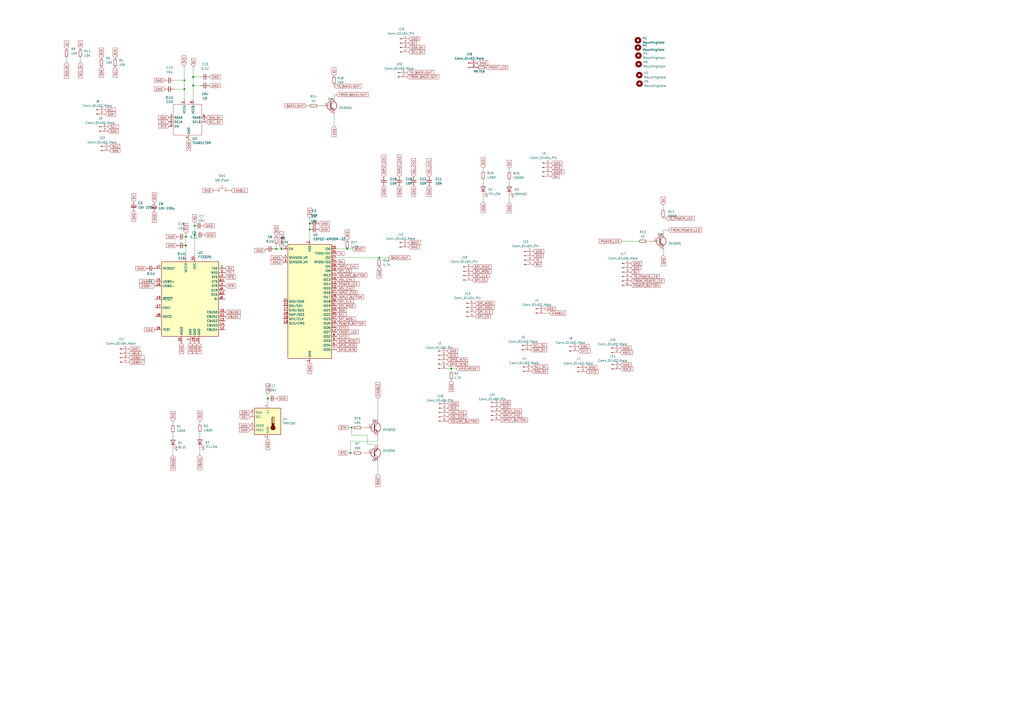
<source format=kicad_sch>
(kicad_sch (version 20230121) (generator eeschema)
  (paper "A2")
  (junction (at 203.327 262.763))
  (junction (at 201.422 144.399))
  (junction (at 112.903 136.271))
  (junction (at 112.903 130.937))
  (junction (at 179.705 129.667))
  (junction (at 107.823 137.287))
  (junction (at 160.274 144.399))
  (junction (at 106.934 51.689))
  (junction (at 155.321 231.14))
  (junction (at 163.322 144.399))
  (junction (at 219.964 149.479))
  (junction (at 179.705 133.096))
  (junction (at 112.014 44.577))
  (junction (at 107.823 142.367))
  (junction (at 112.014 49.657))
  (junction (at 106.934 46.609))
  (junction (at 261.747 213.741))
  (junction (at 203.962 248.031))
  (wire (pts (xy 112.014 38.862) (xy 112.014 44.577)))
  (wire (pts (xy 100.838 46.609) (xy 106.934 46.609)))
  (wire (pts (xy 115.951 263.906) (xy 115.951 260.096)))
  (wire (pts (xy 213.106 257.683) (xy 213.106 252.476)))
  (wire (pts (xy 160.274 144.399) (xy 163.322 144.399)))
  (wire (pts (xy 179.705 126.619) (xy 179.705 129.667)))
  (wire (pts (xy 155.321 228.473) (xy 155.321 231.14)))
  (wire (pts (xy 113.538 136.271) (xy 112.903 136.271)))
  (wire (pts (xy 100.33 246.126) (xy 100.33 244.475)))
  (wire (pts (xy 193.802 50.038) (xy 193.802 49.149)))
  (wire (pts (xy 384.81 145.034) (xy 384.81 147.955)))
  (wire (pts (xy 384.683 118.999) (xy 384.683 121.539)))
  (wire (pts (xy 112.014 44.577) (xy 116.332 44.577)))
  (wire (pts (xy 112.141 38.735) (xy 112.141 38.862)))
  (wire (pts (xy 107.823 137.287) (xy 107.823 142.367)))
  (wire (pts (xy 219.964 149.86) (xy 219.964 149.479)))
  (wire (pts (xy 106.934 38.354) (xy 106.934 46.609)))
  (wire (pts (xy 115.951 252.476) (xy 115.951 250.952)))
  (wire (pts (xy 225.298 149.479) (xy 219.964 149.479)))
  (wire (pts (xy 193.802 66.421) (xy 193.802 73.025)))
  (wire (pts (xy 100.33 264.16) (xy 100.33 260.35)))
  (wire (pts (xy 112.014 49.657) (xy 116.332 49.657)))
  (wire (pts (xy 280.289 99.187) (xy 280.289 97.536)))
  (wire (pts (xy 100.33 252.73) (xy 100.33 251.206)))
  (wire (pts (xy 203.327 255.905) (xy 219.202 255.905)))
  (wire (pts (xy 219.202 231.14) (xy 219.202 242.951)))
  (wire (pts (xy 155.321 231.14) (xy 155.321 234.188)))
  (wire (pts (xy 384.81 133.477) (xy 384.81 134.874)))
  (wire (pts (xy 203.962 248.031) (xy 204.851 248.031)))
  (wire (pts (xy 209.931 248.031) (xy 211.582 248.031)))
  (wire (pts (xy 107.823 135.382) (xy 107.823 137.287)))
  (wire (pts (xy 193.802 56.261) (xy 193.802 54.864)))
  (wire (pts (xy 112.014 44.577) (xy 112.014 49.657)))
  (wire (pts (xy 261.747 213.741) (xy 259.334 213.741)))
  (wire (pts (xy 203.962 248.031) (xy 203.962 252.476)))
  (wire (pts (xy 159.131 144.399) (xy 160.274 144.399)))
  (wire (pts (xy 115.951 245.872) (xy 115.951 244.221)))
  (wire (pts (xy 219.964 149.479) (xy 194.945 149.479)))
  (wire (pts (xy 179.705 133.096) (xy 179.705 139.319)))
  (wire (pts (xy 219.202 253.111) (xy 219.202 255.905)))
  (wire (pts (xy 160.274 141.859) (xy 160.274 144.399)))
  (wire (pts (xy 203.327 262.763) (xy 204.851 262.763)))
  (wire (pts (xy 100.838 51.689) (xy 106.934 51.689)))
  (wire (pts (xy 261.747 215.392) (xy 261.747 213.741)))
  (wire (pts (xy 193.802 54.864) (xy 195.072 54.864)))
  (wire (pts (xy 112.903 136.271) (xy 112.903 148.082)))
  (wire (pts (xy 112.014 49.657) (xy 112.014 58.039)))
  (wire (pts (xy 202.311 262.763) (xy 203.327 262.763)))
  (wire (pts (xy 106.934 46.609) (xy 106.934 51.689)))
  (wire (pts (xy 315.849 181.61) (xy 318.77 181.61)))
  (wire (pts (xy 112.141 38.862) (xy 112.014 38.862)))
  (wire (pts (xy 154.051 145.288) (xy 154.051 144.399)))
  (wire (pts (xy 106.934 51.689) (xy 106.934 58.039)))
  (wire (pts (xy 106.68 38.354) (xy 106.934 38.354)))
  (wire (pts (xy 295.402 105.918) (xy 295.402 104.394)))
  (wire (pts (xy 203.327 255.905) (xy 203.327 262.763)))
  (wire (pts (xy 280.289 105.791) (xy 280.289 104.267)))
  (wire (pts (xy 295.402 117.348) (xy 295.402 113.538)))
  (wire (pts (xy 201.422 144.399) (xy 194.945 144.399)))
  (wire (pts (xy 177.8 61.341) (xy 179.324 61.341)))
  (wire (pts (xy 384.81 133.477) (xy 387.604 133.477)))
  (wire (pts (xy 264.668 213.741) (xy 261.747 213.741)))
  (wire (pts (xy 38.608 33.528) (xy 38.608 36.068)))
  (wire (pts (xy 375.412 139.954) (xy 377.19 139.954)))
  (wire (pts (xy 280.289 117.221) (xy 280.289 113.411)))
  (wire (pts (xy 202.311 248.031) (xy 203.962 248.031)))
  (wire (pts (xy 107.823 142.367) (xy 107.823 148.082)))
  (wire (pts (xy 386.08 126.619) (xy 384.683 126.619)))
  (wire (pts (xy 261.747 220.98) (xy 261.747 220.472)))
  (wire (pts (xy 179.705 129.667) (xy 179.705 133.096)))
  (wire (pts (xy 112.903 130.937) (xy 112.903 136.271)))
  (wire (pts (xy 112.903 129.159) (xy 112.903 130.937)))
  (wire (pts (xy 219.202 267.843) (xy 219.202 274.955)))
  (wire (pts (xy 295.402 99.314) (xy 295.402 97.663)))
  (wire (pts (xy 204.216 144.399) (xy 201.422 144.399)))
  (wire (pts (xy 203.962 252.476) (xy 213.106 252.476)))
  (wire (pts (xy 184.404 61.341) (xy 186.182 61.341)))
  (wire (pts (xy 163.322 143.891) (xy 163.322 144.399)))
  (wire (pts (xy 46.609 33.528) (xy 46.609 36.068)))
  (wire (pts (xy 163.322 144.399) (xy 164.465 144.399)))
  (wire (pts (xy 219.202 257.683) (xy 213.106 257.683)))
  (wire (pts (xy 360.807 139.954) (xy 370.332 139.954)))
  (wire (pts (xy 209.931 262.763) (xy 211.582 262.763)))
  (global_label "VOL_CH1" (shape input) (at 248.92 102.616 90) (property "Intersheetrefs" "${INTERSHEET_REFS}" (effects hide)))
  (global_label "SDA_5V" (shape input) (at 237.109 27.559 0) (property "Intersheetrefs" "${INTERSHEET_REFS}" (effects hide)))
  (global_label "GND" (shape input) (at 105.283 198.882 270) (property "Intersheetrefs" "${INTERSHEET_REFS}" (effects hide)))
  (global_label "3V3" (shape input) (at 106.68 38.354 90) (property "Intersheetrefs" "${INTERSHEET_REFS}" (effects hide)))
  (global_label "INPUT_CH1" (shape input) (at 194.945 154.559 0) (property "Intersheetrefs" "${INTERSHEET_REFS}" (effects hide)))
  (global_label "GND" (shape input) (at 359.791 201.93 0) (property "Intersheetrefs" "${INTERSHEET_REFS}" (effects hide)))
  (global_label "3V3" (shape input) (at 309.245 148.336 0) (property "Intersheetrefs" "${INTERSHEET_REFS}" (effects hide)))
  (global_label "SDA_5V" (shape input) (at 119.634 68.199 0) (property "Intersheetrefs" "${INTERSHEET_REFS}" (effects hide)))
  (global_label "5V" (shape input) (at 38.608 28.448 90) (property "Intersheetrefs" "${INTERSHEET_REFS}" (effects hide)))
  (global_label "3V3" (shape input) (at 259.715 236.728 0) (property "Intersheetrefs" "${INTERSHEET_REFS}" (effects hide)))
  (global_label "SPI_MISO" (shape input) (at 275.59 175.895 0) (property "Intersheetrefs" "${INTERSHEET_REFS}" (effects hide)))
  (global_label "GND" (shape input) (at 236.855 143.256 0) (property "Intersheetrefs" "${INTERSHEET_REFS}" (effects hide)))
  (global_label "GND" (shape input) (at 237.109 22.479 0) (property "Intersheetrefs" "${INTERSHEET_REFS}" (effects hide)))
  (global_label "USBD+" (shape input) (at 74.676 210.058 0) (property "Intersheetrefs" "${INTERSHEET_REFS}" (effects hide)))
  (global_label "VOL_CH1" (shape input) (at 194.945 162.179 0) (property "Intersheetrefs" "${INTERSHEET_REFS}" (effects hide)))
  (global_label "5V" (shape input) (at 46.609 28.448 90) (property "Intersheetrefs" "${INTERSHEET_REFS}" (effects hide)))
  (global_label "DTR" (shape input) (at 202.311 248.031 180) (property "Intersheetrefs" "${INTERSHEET_REFS}" (effects hide)))
  (global_label "5V" (shape input) (at 365.887 157.861 0) (property "Intersheetrefs" "${INTERSHEET_REFS}" (effects hide)))
  (global_label "TX" (shape input) (at 309.245 150.876 0) (property "Intersheetrefs" "${INTERSHEET_REFS}" (effects hide)))
  (global_label "CBUS1" (shape input) (at 130.683 183.642 0) (property "Intersheetrefs" "${INTERSHEET_REFS}" (effects hide)))
  (global_label "EXT1" (shape input) (at 335.407 203.581 0) (property "Intersheetrefs" "${INTERSHEET_REFS}" (effects hide)))
  (global_label "3V3" (shape input) (at 365.887 155.321 0) (property "Intersheetrefs" "${INTERSHEET_REFS}" (effects hide)))
  (global_label "RX" (shape input) (at 130.683 155.702 0) (property "Intersheetrefs" "${INTERSHEET_REFS}" (effects hide)))
  (global_label "3V3" (shape input) (at 107.823 135.382 90) (property "Intersheetrefs" "${INTERSHEET_REFS}" (effects hide)))
  (global_label "BOOT" (shape input) (at 204.216 144.399 0) (property "Intersheetrefs" "${INTERSHEET_REFS}" (effects hide)))
  (global_label "3V3" (shape input) (at 98.044 73.279 180) (property "Intersheetrefs" "${INTERSHEET_REFS}" (effects hide)))
  (global_label "RX" (shape input) (at 194.945 152.019 0) (property "Intersheetrefs" "${INTERSHEET_REFS}" (effects hide)))
  (global_label "GND" (shape input) (at 121.412 49.657 0) (property "Intersheetrefs" "${INTERSHEET_REFS}" (effects hide)))
  (global_label "GND" (shape input) (at 117.983 130.937 0) (property "Intersheetrefs" "${INTERSHEET_REFS}" (effects hide)))
  (global_label "GND" (shape input) (at 259.715 234.188 0) (property "Intersheetrefs" "${INTERSHEET_REFS}" (effects hide)))
  (global_label "SDA" (shape input) (at 58.801 38.862 270) (property "Intersheetrefs" "${INTERSHEET_REFS}" (effects hide)))
  (global_label "VBUS" (shape input) (at 74.676 204.978 0) (property "Intersheetrefs" "${INTERSHEET_REFS}" (effects hide)))
  (global_label "SCL" (shape input) (at 60.96 63.627 0) (property "Intersheetrefs" "${INTERSHEET_REFS}" (effects hide)))
  (global_label "GND" (shape input) (at 261.747 220.98 270) (property "Intersheetrefs" "${INTERSHEET_REFS}" (effects hide)))
  (global_label "RTS" (shape input) (at 202.311 262.763 180) (property "Intersheetrefs" "${INTERSHEET_REFS}" (effects hide)))
  (global_label "BOOT" (shape input) (at 236.855 140.716 0) (property "Intersheetrefs" "${INTERSHEET_REFS}" (effects hide)))
  (global_label "GND" (shape input) (at 90.043 191.262 180) (property "Intersheetrefs" "${INTERSHEET_REFS}" (effects hide)))
  (global_label "INPUT_CH2" (shape input) (at 231.648 102.616 90) (property "Intersheetrefs" "${INTERSHEET_REFS}" (effects hide)))
  (global_label "GND" (shape input) (at 77.597 122.174 270) (property "Intersheetrefs" "${INTERSHEET_REFS}" (effects hide)))
  (global_label "INPUT_CH1" (shape input) (at 289.941 238.506 0) (property "Intersheetrefs" "${INTERSHEET_REFS}" (effects hide)))
  (global_label "3V3" (shape input) (at 89.535 117.602 90) (property "Intersheetrefs" "${INTERSHEET_REFS}" (effects hide)))
  (global_label "GND" (shape input) (at 259.334 203.581 0) (property "Intersheetrefs" "${INTERSHEET_REFS}" (effects hide)))
  (global_label "GND" (shape input) (at 222.631 107.696 270) (property "Intersheetrefs" "${INTERSHEET_REFS}" (effects hide)))
  (global_label "GND" (shape input) (at 89.535 122.682 270) (property "Intersheetrefs" "${INTERSHEET_REFS}" (effects hide)))
  (global_label "ENABLE" (shape input) (at 219.202 231.14 90) (property "Intersheetrefs" "${INTERSHEET_REFS}" (effects hide)))
  (global_label "TO_BACKLIGHT" (shape input) (at 193.802 50.038 0) (property "Intersheetrefs" "${INTERSHEET_REFS}" (effects hide)))
  (global_label "GND" (shape input) (at 339.979 213.106 0) (property "Intersheetrefs" "${INTERSHEET_REFS}" (effects hide)))
  (global_label "SDA" (shape input) (at 62.611 76.073 0) (property "Intersheetrefs" "${INTERSHEET_REFS}" (effects hide)))
  (global_label "5V" (shape input) (at 77.597 117.094 90) (property "Intersheetrefs" "${INTERSHEET_REFS}" (effects hide)))
  (global_label "5V" (shape input) (at 112.903 129.159 90) (property "Intersheetrefs" "${INTERSHEET_REFS}" (effects hide)))
  (global_label "RTS" (shape input) (at 130.683 160.782 0) (property "Intersheetrefs" "${INTERSHEET_REFS}" (effects hide)))
  (global_label "3V3" (shape input) (at 179.705 126.619 90) (property "Intersheetrefs" "${INTERSHEET_REFS}" (effects hide)))
  (global_label "3V3" (shape input) (at 115.951 244.221 90) (property "Intersheetrefs" "${INTERSHEET_REFS}" (effects hide)))
  (global_label "GND" (shape input) (at 365.887 152.781 0) (property "Intersheetrefs" "${INTERSHEET_REFS}" (effects hide)))
  (global_label "GND" (shape input) (at 154.051 145.288 180) (property "Intersheetrefs" "${INTERSHEET_REFS}" (effects hide)))
  (global_label "5V" (shape input) (at 237.109 25.019 0) (property "Intersheetrefs" "${INTERSHEET_REFS}" (effects hide)))
  (global_label "TX" (shape input) (at 130.683 158.242 0) (property "Intersheetrefs" "${INTERSHEET_REFS}" (effects hide)))
  (global_label "ADC1" (shape input) (at 164.465 149.479 180) (property "Intersheetrefs" "${INTERSHEET_REFS}" (effects hide)))
  (global_label "SDA_5V" (shape input) (at 307.848 202.946 0) (property "Intersheetrefs" "${INTERSHEET_REFS}" (effects hide)))
  (global_label "ADC2" (shape input) (at 164.465 152.019 180) (property "Intersheetrefs" "${INTERSHEET_REFS}" (effects hide)))
  (global_label "FRONT_LED" (shape input) (at 194.945 192.659 0) (property "Intersheetrefs" "${INTERSHEET_REFS}" (effects hide)))
  (global_label "SPI_CS" (shape input) (at 275.59 183.515 0) (property "Intersheetrefs" "${INTERSHEET_REFS}" (effects hide)))
  (global_label "SDA_5V" (shape input) (at 38.608 36.068 270) (property "Intersheetrefs" "${INTERSHEET_REFS}" (effects hide)))
  (global_label "SPI_MOSI" (shape input) (at 275.59 178.435 0) (property "Intersheetrefs" "${INTERSHEET_REFS}" (effects hide)))
  (global_label "CBUS1" (shape input) (at 115.951 263.906 270) (property "Intersheetrefs" "${INTERSHEET_REFS}" (effects hide)))
  (global_label "GND" (shape input) (at 184.785 133.096 0) (property "Intersheetrefs" "${INTERSHEET_REFS}" (effects hide)))
  (global_label "GND" (shape input) (at 74.676 202.438 0) (property "Intersheetrefs" "${INTERSHEET_REFS}" (effects hide)))
  (global_label "SPI_CS" (shape input) (at 194.945 157.099 0) (property "Intersheetrefs" "${INTERSHEET_REFS}" (effects hide)))
  (global_label "FROM_POWER_LED" (shape input) (at 365.887 162.941 0) (property "Intersheetrefs" "${INTERSHEET_REFS}" (effects hide)))
  (global_label "GND" (shape input) (at 335.407 201.041 0) (property "Intersheetrefs" "${INTERSHEET_REFS}" (effects hide)))
  (global_label "SCL" (shape input) (at 98.044 70.739 180) (property "Intersheetrefs" "${INTERSHEET_REFS}" (effects hide)))
  (global_label "GND" (shape input) (at 110.363 198.882 270) (property "Intersheetrefs" "${INTERSHEET_REFS}" (effects hide)))
  (global_label "GND" (shape input) (at 359.918 211.455 0) (property "Intersheetrefs" "${INTERSHEET_REFS}" (effects hide)))
  (global_label "GPIO_INTB" (shape input) (at 194.945 202.819 0) (property "Intersheetrefs" "${INTERSHEET_REFS}" (effects hide)))
  (global_label "FRONT_LED" (shape input) (at 281.813 39.116 0) (property "Intersheetrefs" "${INTERSHEET_REFS}" (effects hide)))
  (global_label "VOLUME_BUTTON" (shape input) (at 259.715 244.348 0) (property "Intersheetrefs" "${INTERSHEET_REFS}" (effects hide)))
  (global_label "TO_POWER_LED" (shape input) (at 365.887 160.401 0) (property "Intersheetrefs" "${INTERSHEET_REFS}" (effects hide)))
  (global_label "SCL_5V" (shape input) (at 119.634 70.739 0) (property "Intersheetrefs" "${INTERSHEET_REFS}" (effects hide)))
  (global_label "SCL" (shape input) (at 63.627 84.836 0) (property "Intersheetrefs" "${INTERSHEET_REFS}" (effects hide)))
  (global_label "GND" (shape input) (at 184.785 129.667 0) (property "Intersheetrefs" "${INTERSHEET_REFS}" (effects hide)))
  (global_label "VOL_CH2" (shape input) (at 259.715 241.808 0) (property "Intersheetrefs" "${INTERSHEET_REFS}" (effects hide)))
  (global_label "POWER_BUTTON" (shape input) (at 365.887 165.481 0) (property "Intersheetrefs" "${INTERSHEET_REFS}" (effects hide)))
  (global_label "GND" (shape input) (at 289.941 233.426 0) (property "Intersheetrefs" "${INTERSHEET_REFS}" (effects hide)))
  (global_label "INPUT_CH2" (shape input) (at 289.941 241.046 0) (property "Intersheetrefs" "${INTERSHEET_REFS}" (effects hide)))
  (global_label "GND" (shape input) (at 112.903 198.882 270) (property "Intersheetrefs" "${INTERSHEET_REFS}" (effects hide)))
  (global_label "SDA" (shape input) (at 194.945 179.959 0) (property "Intersheetrefs" "${INTERSHEET_REFS}" (effects hide)))
  (global_label "GND" (shape input) (at 280.289 117.221 270) (property "Intersheetrefs" "${INTERSHEET_REFS}" (effects hide)))
  (global_label "SCL" (shape input) (at 62.611 73.533 0) (property "Intersheetrefs" "${INTERSHEET_REFS}" (effects hide)))
  (global_label "SDA" (shape input) (at 98.044 68.199 180) (property "Intersheetrefs" "${INTERSHEET_REFS}" (effects hide)))
  (global_label "SPI_MOSI" (shape input) (at 273.812 157.353 0) (property "Intersheetrefs" "${INTERSHEET_REFS}" (effects hide)))
  (global_label "FROM_POWER_LED" (shape input) (at 387.604 133.477 0) (property "Intersheetrefs" "${INTERSHEET_REFS}" (effects hide)))
  (global_label "SPI_MOSI" (shape input) (at 194.945 185.039 0) (property "Intersheetrefs" "${INTERSHEET_REFS}" (effects hide)))
  (global_label "5V" (shape input) (at 193.802 44.069 90) (property "Intersheetrefs" "${INTERSHEET_REFS}" (effects hide)))
  (global_label "GND" (shape input) (at 145.161 246.888 180) (property "Intersheetrefs" "${INTERSHEET_REFS}" (effects hide)))
  (global_label "BACKLIGHT" (shape input) (at 225.298 149.479 0) (property "Intersheetrefs" "${INTERSHEET_REFS}" (effects hide)))
  (global_label "GND" (shape input) (at 145.161 249.428 180) (property "Intersheetrefs" "${INTERSHEET_REFS}" (effects hide)))
  (global_label "SPI_CLK" (shape input) (at 273.812 159.893 0) (property "Intersheetrefs" "${INTERSHEET_REFS}" (effects hide)))
  (global_label "GND" (shape input) (at 319.786 94.615 0) (property "Intersheetrefs" "${INTERSHEET_REFS}" (effects hide)))
  (global_label "SDA" (shape input) (at 63.627 87.376 0) (property "Intersheetrefs" "${INTERSHEET_REFS}" (effects hide)))
  (global_label "SCL_5V" (shape input) (at 46.609 36.068 270) (property "Intersheetrefs" "${INTERSHEET_REFS}" (effects hide)))
  (global_label "VOL_CH2" (shape input) (at 239.903 102.616 90) (property "Intersheetrefs" "${INTERSHEET_REFS}" (effects hide)))
  (global_label "SCL" (shape input) (at 66.802 38.862 270) (property "Intersheetrefs" "${INTERSHEET_REFS}" (effects hide)))
  (global_label "TO_POWER_LED" (shape input) (at 386.08 126.619 0) (property "Intersheetrefs" "${INTERSHEET_REFS}" (effects hide)))
  (global_label "5V" (shape input) (at 319.786 102.235 0) (property "Intersheetrefs" "${INTERSHEET_REFS}" (effects hide)))
  (global_label "GND" (shape input) (at 118.618 136.271 0) (property "Intersheetrefs" "${INTERSHEET_REFS}" (effects hide)))
  (global_label "SPI_CS" (shape input) (at 273.812 162.433 0) (property "Intersheetrefs" "${INTERSHEET_REFS}" (effects hide)))
  (global_label "ADC2" (shape input) (at 359.918 213.995 0) (property "Intersheetrefs" "${INTERSHEET_REFS}" (effects hide)))
  (global_label "SPI_MISO" (shape input) (at 194.945 177.419 0) (property "Intersheetrefs" "${INTERSHEET_REFS}" (effects hide)))
  (global_label "3V3" (shape input) (at 201.422 139.319 90) (property "Intersheetrefs" "${INTERSHEET_REFS}" (effects hide)))
  (global_label "GND" (shape input) (at 95.758 51.689 180) (property "Intersheetrefs" "${INTERSHEET_REFS}" (effects hide)))
  (global_label "GND" (shape input) (at 219.964 154.94 270) (property "Intersheetrefs" "${INTERSHEET_REFS}" (effects hide)))
  (global_label "GND" (shape input) (at 102.743 137.287 180) (property "Intersheetrefs" "${INTERSHEET_REFS}" (effects hide)))
  (global_label "SPI_MISO" (shape input) (at 273.812 154.813 0) (property "Intersheetrefs" "${INTERSHEET_REFS}" (effects hide)))
  (global_label "3V3" (shape input) (at 100.33 244.475 90) (property "Intersheetrefs" "${INTERSHEET_REFS}" (effects hide)))
  (global_label "INPUT_BUTTON" (shape input) (at 289.941 243.586 0) (property "Intersheetrefs" "${INTERSHEET_REFS}" (effects hide)))
  (global_label "ADC1" (shape input) (at 359.791 204.47 0) (property "Intersheetrefs" "${INTERSHEET_REFS}" (effects hide)))
  (global_label "3V3" (shape input) (at 66.802 33.782 90) (property "Intersheetrefs" "${INTERSHEET_REFS}" (effects hide)))
  (global_label "GPIO_RESET" (shape input) (at 264.668 213.741 0) (property "Intersheetrefs" "${INTERSHEET_REFS}" (effects hide)))
  (global_label "RX" (shape input) (at 309.245 153.416 0) (property "Intersheetrefs" "${INTERSHEET_REFS}" (effects hide)))
  (global_label "3V3" (shape input) (at 319.786 97.155 0) (property "Intersheetrefs" "${INTERSHEET_REFS}" (effects hide)))
  (global_label "BACKLIGHT" (shape input) (at 177.8 61.341 180) (property "Intersheetrefs" "${INTERSHEET_REFS}" (effects hide)))
  (global_label "BOOT" (shape input) (at 219.202 274.955 270) (property "Intersheetrefs" "${INTERSHEET_REFS}" (effects hide)))
  (global_label "TX" (shape input) (at 194.945 146.939 0) (property "Intersheetrefs" "${INTERSHEET_REFS}" (effects hide)))
  (global_label "GND" (shape input) (at 160.401 231.14 0) (property "Intersheetrefs" "${INTERSHEET_REFS}" (effects hide)))
  (global_label "GND" (shape input) (at 248.92 107.696 270) (property "Intersheetrefs" "${INTERSHEET_REFS}" (effects hide)))
  (global_label "GND" (shape input) (at 84.963 155.702 180) (property "Intersheetrefs" "${INTERSHEET_REFS}" (effects hide)))
  (global_label "ENABLE" (shape input) (at 163.322 143.891 90) (property "Intersheetrefs" "${INTERSHEET_REFS}" (effects hide)))
  (global_label "POWER_LED" (shape input) (at 194.945 164.719 0) (property "Intersheetrefs" "${INTERSHEET_REFS}" (effects hide)))
  (global_label "FROM_BACKLIGHT" (shape input) (at 235.966 44.577 0) (property "Intersheetrefs" "${INTERSHEET_REFS}" (effects hide)))
  (global_label "3V3" (shape input) (at 155.321 228.473 90) (property "Intersheetrefs" "${INTERSHEET_REFS}" (effects hide)))
  (global_label "EXT2" (shape input) (at 339.979 215.646 0) (property "Intersheetrefs" "${INTERSHEET_REFS}" (effects hide)))
  (global_label "GND" (shape input) (at 155.321 254.508 270) (property "Intersheetrefs" "${INTERSHEET_REFS}" (effects hide)))
  (global_label "CBUS0" (shape input) (at 130.683 181.102 0) (property "Intersheetrefs" "${INTERSHEET_REFS}" (effects hide)))
  (global_label "FROM_BACKLIGHT" (shape input) (at 195.072 54.864 0) (property "Intersheetrefs" "${INTERSHEET_REFS}" (effects hide)))
  (global_label "3V3" (shape input) (at 259.334 206.121 0) (property "Intersheetrefs" "${INTERSHEET_REFS}" (effects hide)))
  (global_label "GND" (shape input) (at 109.474 80.899 270) (property "Intersheetrefs" "${INTERSHEET_REFS}" (effects hide)))
  (global_label "GND" (shape input) (at 315.849 179.07 0) (property "Intersheetrefs" "${INTERSHEET_REFS}" (effects hide)))
  (global_label "SPI_CLK" (shape input) (at 194.945 174.879 0) (property "Intersheetrefs" "${INTERSHEET_REFS}" (effects hide)))
  (global_label "EXT2" (shape input) (at 194.945 195.199 0) (property "Intersheetrefs" "${INTERSHEET_REFS}" (effects hide)))
  (global_label "SCL_5V" (shape input) (at 307.848 200.406 0) (property "Intersheetrefs" "${INTERSHEET_REFS}" (effects hide)))
  (global_label "GND" (shape input) (at 309.245 145.796 0) (property "Intersheetrefs" "${INTERSHEET_REFS}" (effects hide)))
  (global_label "TO_BACKLIGHT" (shape input) (at 235.966 42.037 0) (property "Intersheetrefs" "${INTERSHEET_REFS}" (effects hide)))
  (global_label "GPIO_INTB" (shape input) (at 259.334 211.201 0) (property "Intersheetrefs" "${INTERSHEET_REFS}" (effects hide)))
  (global_label "EXT1" (shape input) (at 194.945 190.119 0) (property "Intersheetrefs" "${INTERSHEET_REFS}" (effects hide)))
  (global_label "DTR" (shape input) (at 130.683 165.862 0) (property "Intersheetrefs" "${INTERSHEET_REFS}" (effects hide)))
  (global_label "SDA" (shape input) (at 145.161 239.268 180) (property "Intersheetrefs" "${INTERSHEET_REFS}" (effects hide)))
  (global_label "GND" (shape input) (at 193.802 73.025 270) (property "Intersheetrefs" "${INTERSHEET_REFS}" (effects hide)))
  (global_label "POWER_BUTTON" (shape input) (at 194.945 187.579 0) (property "Intersheetrefs" "${INTERSHEET_REFS}" (effects hide)))
  (global_label "VOLUME_BUTTON" (shape input) (at 194.945 159.639 0) (property "Intersheetrefs" "${INTERSHEET_REFS}" (effects hide)))
  (global_label "SDA" (shape input) (at 60.96 66.167 0) (property "Intersheetrefs" "${INTERSHEET_REFS}" (effects hide)))
  (global_label "SDA_5V" (shape input) (at 308.483 215.392 0) (property "Intersheetrefs" "${INTERSHEET_REFS}" (effects hide)))
  (global_label "GND" (shape input) (at 276.733 36.576 0) (property "Intersheetrefs" "${INTERSHEET_REFS}" (effects hide)))
  (global_label "CBUS0" (shape input) (at 100.33 264.16 270) (property "Intersheetrefs" "${INTERSHEET_REFS}" (effects hide)))
  (global_label "GPIO_RESET" (shape input) (at 194.945 197.739 0) (property "Intersheetrefs" "${INTERSHEET_REFS}" (effects hide)))
  (global_label "ENABLE" (shape input) (at 318.77 181.61 0) (property "Intersheetrefs" "${INTERSHEET_REFS}" (effects hide)))
  (global_label "SCL" (shape input) (at 194.945 182.499 0) (property "Intersheetrefs" "${INTERSHEET_REFS}" (effects hide)))
  (global_label "GND" (shape input) (at 115.443 198.882 270) (property "Intersheetrefs" "${INTERSHEET_REFS}" (effects hide)))
  (global_label "AGND" (shape input) (at 319.786 99.695 0) (property "Intersheetrefs" "${INTERSHEET_REFS}" (effects hide)))
  (global_label "INPUT_CH2" (shape input) (at 194.945 169.799 0) (property "Intersheetrefs" "${INTERSHEET_REFS}" (effects hide)))
  (global_label "3V3" (shape input) (at 58.801 33.782 90) (property "Intersheetrefs" "${INTERSHEET_REFS}" (effects hide)))
  (global_label "GND" (shape input) (at 121.412 44.577 0) (property "Intersheetrefs" "${INTERSHEET_REFS}" (effects hide)))
  (global_label "GPIO_INTA" (shape input) (at 194.945 200.279 0) (property "Intersheetrefs" "${INTERSHEET_REFS}" (effects hide)))
  (global_label "3V3" (shape input) (at 160.274 136.779 90) (property "Intersheetrefs" "${INTERSHEET_REFS}" (effects hide)))
  (global_label "POWER_LED" (shape input) (at 360.807 139.954 180) (property "Intersheetrefs" "${INTERSHEET_REFS}" (effects hide)))
  (global_label "SPI_CLK" (shape input) (at 275.59 180.975 0) (property "Intersheetrefs" "${INTERSHEET_REFS}" (effects hide)))
  (global_label "GND" (shape input) (at 295.402 117.348 270) (property "Intersheetrefs" "${INTERSHEET_REFS}" (effects hide)))
  (global_label "3V3" (shape input) (at 289.941 235.966 0) (property "Intersheetrefs" "${INTERSHEET_REFS}" (effects hide)))
  (global_label "GND" (shape input) (at 95.758 46.609 180) (property "Intersheetrefs" "${INTERSHEET_REFS}" (effects hide)))
  (global_label "3V3" (shape input) (at 280.289 97.536 90) (property "Intersheetrefs" "${INTERSHEET_REFS}" (effects hide)))
  (global_label "GND" (shape input) (at 102.743 142.367 180) (property "Intersheetrefs" "${INTERSHEET_REFS}" (effects hide)))
  (global_label "VOL_CH1" (shape input) (at 259.715 239.268 0) (property "Intersheetrefs" "${INTERSHEET_REFS}" (effects hide)))
  (global_label "ENABLE" (shape input) (at 133.985 110.49 0) (property "Intersheetrefs" "${INTERSHEET_REFS}" (effects hide)))
  (global_label "SCL_5V" (shape input) (at 308.483 212.852 0) (property "Intersheetrefs" "${INTERSHEET_REFS}" (effects hide)))
  (global_label "5V" (shape input) (at 112.141 38.735 90) (property "Intersheetrefs" "${INTERSHEET_REFS}" (effects hide)))
  (global_label "5V" (shape input) (at 384.683 118.999 90) (property "Intersheetrefs" "${INTERSHEET_REFS}" (effects hide)))
  (global_label "USBD-" (shape input) (at 90.043 165.862 180) (property "Intersheetrefs" "${INTERSHEET_REFS}" (effects hide)))
  (global_label "GND" (shape input) (at 239.903 107.696 270) (property "Intersheetrefs" "${INTERSHEET_REFS}" (effects hide)))
  (global_label "GND" (shape input) (at 384.81 147.955 270) (property "Intersheetrefs" "${INTERSHEET_REFS}" (effects hide)))
  (global_label "5V" (shape input) (at 295.402 97.663 90) (property "Intersheetrefs" "${INTERSHEET_REFS}" (effects hide)))
  (global_label "GND" (shape input) (at 123.825 110.49 180) (property "Intersheetrefs" "${INTERSHEET_REFS}" (effects hide)))
  (global_label "GND" (shape input) (at 179.705 210.439 270) (property "Intersheetrefs" "${INTERSHEET_REFS}" (effects hide)))
  (global_label "GPIO_INTA" (shape input) (at 259.334 208.661 0) (property "Intersheetrefs" "${INTERSHEET_REFS}" (effects hide)))
  (global_label "SCL" (shape input) (at 145.161 241.808 180) (property "Intersheetrefs" "${INTERSHEET_REFS}" (effects hide)))
  (global_label "USBD-" (shape input) (at 74.676 207.518 0) (property "Intersheetrefs" "${INTERSHEET_REFS}" (effects hide)))
  (global_label "GND" (shape input) (at 231.648 107.696 270) (property "Intersheetrefs" "${INTERSHEET_REFS}" (effects hide)))
  (global_label "USBD+" (shape input) (at 90.043 163.322 180) (property "Intersheetrefs" "${INTERSHEET_REFS}" (effects hide)))
  (global_label "INPUT_BUTTON" (shape input) (at 194.945 172.339 0) (property "Intersheetrefs" "${INTERSHEET_REFS}" (effects hide)))
  (global_label "INPUT_CH1" (shape input) (at 222.631 102.616 90) (property "Intersheetrefs" "${INTERSHEET_REFS}" (effects hide)))
  (global_label "VOL_CH2" (shape input) (at 194.945 167.259 0) (property "Intersheetrefs" "${INTERSHEET_REFS}" (effects hide)))
  (global_label "SCL_5V" (shape input) (at 237.109 30.099 0) (property "Intersheetrefs" "${INTERSHEET_REFS}" (effects hide)))
  (symbol (lib_id "Device:LED") (at 115.951 256.286 90) (unit 1)
    (property "Reference" "D2" (at 118.872 256.6034 90) (effects (justify right)))
    (property "Value" "YELLOW" (at 118.872 259.1434 90) (effects (justify right)))
    (property "Footprint" "LED_SMD:LED_0805_2012Metric_Pad1.15x1.40mm_HandSolder" (effects hide))
    (property "LCSC" "XL-1608UBC-04" (effects hide))
  )
  (symbol (lib_id "Connector:Conn_01x05_Pin") (at 254.635 239.268 0) (unit 1)
    (property "Reference" "J18" (at 255.27 229.743 0))
    (property "Value" "Conn_01x05_Pin" (at 255.27 232.283 0))
    (property "Footprint" "Connector_JST:JST_PH_B5B-PH-K_1x05_P2.00mm_Vertical" (effects hide))
  )
  (symbol (lib_id "Mechanical:MountingHole") (at 370.332 32.258 0) (unit 1)
    (property "Reference" "H3" (at 372.872 30.9879 0) (effects (justify left)))
    (property "Value" "MountingHole" (at 372.872 33.5279 0) (effects (justify left)))
    (property "Footprint" "MountingHole:MountingHole_3.2mm_M3" (effects hide))
  )
  (symbol (lib_id "Transistor_BJT:2N3055") (at 216.662 248.031 0) (unit 1)
    (property "Reference" "Q1" (at 215.773 244.094 0) (effects (justify left)))
    (property "Value" "2N3055" (at 221.869 249.3009 0) (effects (justify left)))
    (property "Footprint" "Package_TO_SOT_SMD:TSOT-23" (effects hide))
    (property "Datasheet" "http://www.onsemi.com/pub_link/Collateral/2N3055-D.PDF" (effects hide))
  )
  (symbol (lib_id "RF_Module:ESP32-WROOM-32") (at 179.705 174.879 0) (unit 1)
    (property "Reference" "U1" (at 181.7244 136.144 0) (effects (justify left)))
    (property "Value" "ESP32-WROOM-32" (at 181.7244 138.684 0) (effects (justify left)))
    (property "Footprint" "Espressif:ESP32-WROOM-32UE" (effects hide))
    (property "Datasheet" "https://www.espressif.com/sites/default/files/documentation/esp32-wroom-32_datasheet_en.pdf" (effects hide))
  )
  (symbol (lib_id "Device:R_Small") (at 201.422 141.859 0) (unit 1)
    (property "Reference" "R17" (at 203.454 140.5889 0) (effects (justify left)))
    (property "Value" "4.7K" (at 203.454 143.1289 0) (effects (justify left)))
    (property "Footprint" "Resistor_SMD:R_0603_1608Metric_Pad0.98x0.95mm_HandSolder" (effects hide))
  )
  (symbol (lib_id "Device:R_Small") (at 261.747 217.932 180) (unit 1)
    (property "Reference" "R3" (at 263.271 216.662 0) (effects (justify right)))
    (property "Value" "4.7K" (at 263.271 219.202 0) (effects (justify right)))
    (property "Footprint" "Resistor_SMD:R_0603_1608Metric_Pad0.98x0.95mm_HandSolder" (effects hide))
  )
  (symbol (lib_id "Device:R_Small") (at 100.33 248.666 0) (unit 1)
    (property "Reference" "R1" (at 102.489 247.3959 0) (effects (justify left)))
    (property "Value" "100R" (at 102.489 249.9359 0) (effects (justify left)))
    (property "Footprint" "Resistor_SMD:R_0603_1608Metric_Pad0.98x0.95mm_HandSolder" (effects hide))
  )
  (symbol (lib_id "Connector:Conn_01x02_Male") (at 302.768 200.406 0) (unit 1)
    (property "Reference" "J5" (at 303.403 195.58 0))
    (property "Value" "Conn_01x02_Male" (at 303.403 198.12 0))
    (property "Footprint" "Connector_JST:JST_PH_B2B-PH-K_1x02_P2.00mm_Vertical" (effects hide))
  )
  (symbol (lib_id "Device:R_Small") (at 58.801 36.322 0) (unit 1)
    (property "Reference" "R5" (at 61.341 33.7819 0) (effects (justify left)))
    (property "Value" "10K" (at 61.341 36.3219 0) (effects (justify left)))
    (property "Footprint" "Resistor_SMD:R_0603_1608Metric_Pad0.98x0.95mm_HandSolder" (effects hide))
  )
  (symbol (lib_id "Connector:Conn_01x02_Male") (at 310.769 179.07 0) (unit 1)
    (property "Reference" "J1" (at 311.404 174.244 0))
    (property "Value" "Conn_01x02_Male" (at 311.404 176.784 0))
    (property "Footprint" "Connector_JST:JST_PH_B2B-PH-K_1x02_P2.00mm_Vertical" (effects hide))
  )
  (symbol (lib_id "Device:R_Small") (at 295.402 101.854 0) (unit 1)
    (property "Reference" "R15" (at 297.561 100.5839 0) (effects (justify left)))
    (property "Value" "1000R" (at 297.561 103.1239 0) (effects (justify left)))
    (property "Footprint" "Resistor_SMD:R_0603_1608Metric_Pad0.98x0.95mm_HandSolder" (effects hide))
  )
  (symbol (lib_id "Interface_USB:FT232RL") (at 110.363 173.482 0) (unit 1)
    (property "Reference" "U2" (at 114.9224 146.558 0) (effects (justify left)))
    (property "Value" "FT232RL" (at 114.9224 149.098 0) (effects (justify left)))
    (property "Footprint" "Package_SO:SSOP-28_5.3x10.2mm_P0.65mm" (effects hide))
    (property "Datasheet" "https://www.ftdichip.com/Support/Documents/DataSheets/ICs/DS_FT232R.pdf" (effects hide))
  )
  (symbol (lib_id "Device:R_Small") (at 46.609 30.988 0) (unit 1)
    (property "Reference" "R11" (at 48.768 29.7179 0) (effects (justify left)))
    (property "Value" "10K" (at 48.768 32.2579 0) (effects (justify left)))
    (property "Footprint" "Resistor_SMD:R_0603_1608Metric_Pad0.98x0.95mm_HandSolder" (effects hide))
  )
  (symbol (lib_id "Device:R_Small") (at 115.951 248.412 0) (unit 1)
    (property "Reference" "R2" (at 118.11 247.1419 0) (effects (justify left)))
    (property "Value" "430R" (at 118.11 249.6819 0) (effects (justify left)))
    (property "Footprint" "Resistor_SMD:R_0603_1608Metric_Pad0.98x0.95mm_HandSolder" (effects hide))
  )
  (symbol (lib_id "Connector:Conn_01x02_Male") (at 330.327 201.041 0) (unit 1)
    (property "Reference" "J6" (at 330.962 196.215 0))
    (property "Value" "Conn_01x02_Male" (at 330.962 198.755 0))
    (property "Footprint" "Connector_JST:JST_PH_B2B-PH-K_1x02_P2.00mm_Vertical" (effects hide))
  )
  (symbol (lib_id "Connector:Conn_01x04_Pin") (at 304.165 148.336 0) (unit 1)
    (property "Reference" "J23" (at 304.8 140.208 0))
    (property "Value" "Conn_01x04_Pin" (at 304.8 142.748 0))
    (property "Footprint" "Connector_PinHeader_2.54mm:PinHeader_1x04_P2.54mm_Vertical" (effects hide))
  )
  (symbol (lib_id "Device:R_Small") (at 219.964 152.4 0) (unit 1)
    (property "Reference" "R16" (at 222.123 151.1299 0) (effects (justify left)))
    (property "Value" "4.7K" (at 222.123 153.6699 0) (effects (justify left)))
    (property "Footprint" "Resistor_SMD:R_0603_1608Metric_Pad0.98x0.95mm_HandSolder" (effects hide))
  )
  (symbol (lib_id "Device:C_Small") (at 231.648 105.156 180) (unit 1)
    (property "Reference" "C19" (at 235.2277 103.8795 0) (effects (justify right)))
    (property "Value" "10N" (at 235.2277 106.4195 0) (effects (justify right)))
    (property "Footprint" "Capacitor_SMD:C_0603_1608Metric_Pad1.08x0.95mm_HandSolder" (effects hide))
  )
  (symbol (lib_id "Mechanical:MountingHole") (at 370.459 37.211 0) (unit 1)
    (property "Reference" "H6" (at 372.999 35.9409 0) (effects (justify left)))
    (property "Value" "MountingHole" (at 372.999 38.4809 0) (effects (justify left)))
    (property "Footprint" "MountingHole:MountingHole_3.2mm_M3" (effects hide))
  )
  (symbol (lib_id "Connector:Conn_01x02_Male") (at 303.403 212.852 0) (unit 1)
    (property "Reference" "J4" (at 304.038 208.026 0))
    (property "Value" "Conn_01x02_Male" (at 304.038 210.566 0))
    (property "Footprint" "Connector_JST:JST_PH_B2B-PH-K_1x02_P2.00mm_Vertical" (effects hide))
  )
  (symbol (lib_id "Device:C_Small") (at 118.872 44.577 90) (unit 1)
    (property "Reference" "C10" (at 118.8783 37.211 90))
    (property "Value" "0.1U" (at 118.8783 39.751 90))
    (property "Footprint" "Capacitor_SMD:C_0805_2012Metric_Pad1.18x1.45mm_HandSolder" (effects hide))
  )
  (symbol (lib_id "Device:C_Small") (at 98.298 51.689 270) (unit 1)
    (property "Reference" "C13" (at 98.2917 59.055 90))
    (property "Value" "0.1U" (at 98.2917 56.515 90))
    (property "Footprint" "Capacitor_SMD:C_0805_2012Metric_Pad1.18x1.45mm_HandSolder" (effects hide))
  )
  (symbol (lib_id "Device:C_Small") (at 98.298 46.609 270) (unit 1)
    (property "Reference" "C15" (at 98.2916 39.243 90))
    (property "Value" "10U" (at 98.2916 41.783 90))
    (property "Footprint" "Capacitor_SMD:C_1206_3216Metric_Pad1.33x1.80mm_HandSolder" (effects hide))
  )
  (symbol (lib_id "Device:C_Small") (at 239.903 105.156 180) (unit 1)
    (property "Reference" "C12" (at 243.4827 103.8795 0) (effects (justify right)))
    (property "Value" "10N" (at 243.4827 106.4195 0) (effects (justify right)))
    (property "Footprint" "Capacitor_SMD:C_0603_1608Metric_Pad1.08x0.95mm_HandSolder" (effects hide))
  )
  (symbol (lib_id "Connector:Conn_01x02_Male") (at 231.775 140.716 0) (unit 1)
    (property "Reference" "J12" (at 232.41 135.89 0))
    (property "Value" "Conn_01x02_Male" (at 232.41 138.43 0))
    (property "Footprint" "Connector_PinHeader_2.54mm:PinHeader_1x02_P2.54mm_Vertical" (effects hide))
  )
  (symbol (lib_id "Connector:Conn_01x04_Pin") (at 232.029 25.019 0) (unit 1)
    (property "Reference" "J19" (at 232.664 16.891 0))
    (property "Value" "Conn_01x04_Pin" (at 232.664 19.431 0))
    (property "Footprint" "Connector_JST:JST_PH_B4B-PH-K_1x04_P2.00mm_Vertical" (effects hide))
  )
  (symbol (lib_id "Connector:Conn_01x02_Male") (at 354.711 201.93 0) (unit 1)
    (property "Reference" "J10" (at 355.346 197.104 0))
    (property "Value" "Conn_01x02_Male" (at 355.346 199.644 0))
    (property "Footprint" "Connector_JST:JST_PH_B2B-PH-K_1x02_P2.00mm_Vertical" (effects hide))
  )
  (symbol (lib_id "Device:C_Small") (at 105.283 142.367 270) (unit 1)
    (property "Reference" "C14" (at 105.2767 149.733 90))
    (property "Value" "0.1U" (at 105.2767 147.193 90))
    (property "Footprint" "Capacitor_SMD:C_0805_2012Metric_Pad1.18x1.45mm_HandSolder" (effects hide))
  )
  (symbol (lib_id "Transistor_BJT:2N3055") (at 216.662 262.763 0) (mirror x) (unit 1)
    (property "Reference" "Q2" (at 215.773 266.7 0) (effects (justify left)))
    (property "Value" "2N3055" (at 221.869 261.4931 0) (effects (justify left)))
    (property "Footprint" "Package_TO_SOT_SMD:TSOT-23" (effects hide))
    (property "Datasheet" "http://www.onsemi.com/pub_link/Collateral/2N3055-D.PDF" (effects hide))
  )
  (symbol (lib_id "Connector:Conn_01x02_Male") (at 230.886 42.037 0) (unit 1)
    (property "Reference" "J20" (at 231.521 37.211 0))
    (property "Value" "Conn_01x02_Male" (at 231.521 39.751 0))
    (property "Footprint" "Connector_JST:JST_PH_B2B-PH-K_1x02_P2.00mm_Vertical" (effects hide))
  )
  (symbol (lib_id "Device:C_Small") (at 105.283 137.287 270) (unit 1)
    (property "Reference" "C16" (at 105.2766 129.921 90))
    (property "Value" "10U" (at 105.2766 132.461 90))
    (property "Footprint" "Capacitor_SMD:C_1206_3216Metric_Pad1.33x1.80mm_HandSolder" (effects hide))
  )
  (symbol (lib_id "Device:LED") (at 280.289 109.601 90) (unit 1)
    (property "Reference" "D4" (at 283.21 109.9184 90) (effects (justify right)))
    (property "Value" "YELLOW" (at 283.21 112.4584 90) (effects (justify right)))
    (property "Footprint" "LED_SMD:LED_0805_2012Metric_Pad1.15x1.40mm_HandSolder" (effects hide))
    (property "LCSC" "NCD0603R1" (effects hide))
  )
  (symbol (lib_id "Device:R_Small") (at 193.802 46.609 180) (unit 1)
    (property "Reference" "R18" (at 195.453 45.3389 0) (effects (justify right)))
    (property "Value" "75R" (at 195.453 47.8789 0) (effects (justify right)))
    (property "Footprint" "Resistor_SMD:R_0603_1608Metric_Pad0.98x0.95mm_HandSolder" (effects hide))
  )
  (symbol (lib_id "Connector:Conn_01x04_Male") (at 69.596 204.978 0) (unit 1)
    (property "Reference" "J14" (at 70.231 196.723 0))
    (property "Value" "Conn_01x04_Male" (at 70.231 199.263 0))
    (property "Footprint" "Connector_JST:JST_PH_B4B-PH-K_1x04_P2.00mm_Vertical" (effects hide))
  )
  (symbol (lib_id "Device:R_Small") (at 384.683 124.079 180) (unit 1)
    (property "Reference" "R12" (at 387.35 122.8089 0) (effects (justify right)))
    (property "Value" "700R" (at 387.35 125.3489 0) (effects (justify right)))
    (property "Footprint" "Resistor_SMD:R_0603_1608Metric_Pad0.98x0.95mm_HandSolder" (effects hide))
  )
  (symbol (lib_id "Connector:Conn_01x02_Male") (at 354.838 211.455 0) (unit 1)
    (property "Reference" "J11" (at 355.473 206.629 0))
    (property "Value" "Conn_01x02_Male" (at 355.473 209.169 0))
    (property "Footprint" "Connector_JST:JST_PH_B2B-PH-K_1x02_P2.00mm_Vertical" (effects hide))
  )
  (symbol (lib_id "Connector:Conn_01x04_Pin") (at 314.706 97.155 0) (unit 1)
    (property "Reference" "J3" (at 315.341 89.027 0))
    (property "Value" "Conn_01x04_Pin" (at 315.341 91.567 0))
    (property "Footprint" "Connector_JST:JST_PH_B4B-PH-K_1x04_P2.00mm_Vertical" (effects hide))
  )
  (symbol (lib_id "Device:C_Small") (at 156.591 144.399 90) (unit 1)
    (property "Reference" "C6" (at 156.5973 137.414 90))
    (property "Value" "0.1U" (at 156.5973 139.954 90))
    (property "Footprint" "Capacitor_SMD:C_0805_2012Metric_Pad1.18x1.45mm_HandSolder" (effects hide))
  )
  (symbol (lib_id "Device:C_Small") (at 248.92 105.156 180) (unit 1)
    (property "Reference" "C11" (at 252.4997 103.8795 0) (effects (justify right)))
    (property "Value" "10N" (at 252.4997 106.4195 0) (effects (justify right)))
    (property "Footprint" "Capacitor_SMD:C_0603_1608Metric_Pad1.08x0.95mm_HandSolder" (effects hide))
  )
  (symbol (lib_id "Device:C_Small") (at 222.631 105.156 180) (unit 1)
    (property "Reference" "C18" (at 226.2107 103.8795 0) (effects (justify right)))
    (property "Value" "10N" (at 226.2107 106.4195 0) (effects (justify right)))
    (property "Footprint" "Capacitor_SMD:C_0603_1608Metric_Pad1.08x0.95mm_HandSolder" (effects hide))
  )
  (symbol (lib_id "Mechanical:MountingHole") (at 370.078 27.559 0) (unit 1)
    (property "Reference" "H4" (at 372.618 26.2889 0) (effects (justify left)))
    (property "Value" "MountingHole" (at 372.618 28.8289 0) (effects (justify left)))
    (property "Footprint" "MountingHole:MountingHole_3.2mm_M3" (effects hide))
  )
  (symbol (lib_id "Switch:SW_Push") (at 128.905 110.49 0) (unit 1)
    (property "Reference" "SW1" (at 128.905 101.981 0))
    (property "Value" "SW_Push" (at 128.905 104.521 0))
    (property "Footprint" "Components:Button Aliexpress 4x4" (effects hide))
  )
  (symbol (lib_id "Connector:Conn_01x02_Male") (at 271.653 36.576 0) (unit 1)
    (property "Reference" "J16" (at 272.288 31.369 0))
    (property "Value" "Conn_01x02_Male" (at 272.288 33.909 0))
    (property "Footprint" "Connector_JST:JST_PH_B2B-PH-K_1x02_P2.00mm_Vertical" (effects hide))
  )
  (symbol (lib_id "Transistor_BJT:2N3055") (at 191.262 61.341 0) (unit 1)
    (property "Reference" "Q4" (at 190.373 57.404 0) (effects (justify left)))
    (property "Value" "2N3055" (at 196.469 62.6109 0) (effects (justify left)))
    (property "Footprint" "Package_TO_SOT_SMD:TSOT-23" (effects hide))
    (property "Datasheet" "http://www.onsemi.com/pub_link/Collateral/2N3055-D.PDF" (effects hide))
  )
  (symbol (lib_id "Device:R_Small") (at 66.802 36.322 0) (unit 1)
    (property "Reference" "R4" (at 68.961 35.0519 0) (effects (justify left)))
    (property "Value" "10K" (at 68.961 37.5919 0) (effects (justify left)))
    (property "Footprint" "Resistor_SMD:R_0603_1608Metric_Pad0.98x0.95mm_HandSolder" (effects hide))
  )
  (symbol (lib_id "Device:R_Small") (at 207.391 248.031 90) (unit 1)
    (property "Reference" "R10" (at 207.391 242.697 90))
    (property "Value" "10K" (at 207.391 245.237 90))
    (property "Footprint" "Resistor_SMD:R_0603_1608Metric_Pad0.98x0.95mm_HandSolder" (effects hide))
  )
  (symbol (lib_id "Device:C_Small") (at 116.078 136.271 90) (unit 1)
    (property "Reference" "C8" (at 112.522 135.001 90))
    (property "Value" "0.1U" (at 112.522 137.541 90))
    (property "Footprint" "Capacitor_SMD:C_0805_2012Metric_Pad1.18x1.45mm_HandSolder" (effects hide))
  )
  (symbol (lib_id "Mechanical:MountingHole") (at 370.967 48.514 0) (unit 1)
    (property "Reference" "H5" (at 373.507 47.2439 0) (effects (justify left)))
    (property "Value" "MountingHole" (at 373.507 49.7839 0) (effects (justify left)))
    (property "Footprint" "MountingHole:MountingHole_3.2mm_M3" (effects hide))
  )
  (symbol (lib_id "Mechanical:MountingHole") (at 370.078 23.368 0) (unit 1)
    (property "Reference" "H1" (at 372.618 22.0979 0) (effects (justify left)))
    (property "Value" "MountingHole" (at 372.618 24.6379 0) (effects (justify left)))
    (property "Footprint" "MountingHole:MountingHole_3.2mm_M3" (effects hide))
  )
  (symbol (lib_id "Connector:Conn_01x02_Male") (at 55.88 63.627 0) (unit 1)
    (property "Reference" "J8" (at 56.515 58.801 0))
    (property "Value" "Conn_01x02_Male" (at 56.515 61.341 0))
    (property "Footprint" "Connector_JST:JST_PH_B2B-PH-K_1x02_P2.00mm_Vertical" (effects hide))
  )
  (symbol (lib_id "Device:C_Polarized_Small") (at 77.597 119.634 0) (unit 1)
    (property "Reference" "C3" (at 80.01 117.8179 0) (effects (justify left)))
    (property "Value" "10V 220u" (at 80.01 120.3579 0) (effects (justify left)))
    (property "Footprint" "Capacitor_THT:CP_Radial_D6.3mm_P2.50mm" (effects hide))
  )
  (symbol (lib_id "Connector:Conn_01x05_Pin") (at 284.861 238.506 0) (unit 1)
    (property "Reference" "J21" (at 285.496 228.981 0))
    (property "Value" "Conn_01x05_Pin" (at 285.496 231.521 0))
    (property "Footprint" "Connector_JST:JST_PH_B5B-PH-K_1x05_P2.00mm_Vertical" (effects hide))
  )
  (symbol (lib_id "Interface_LineDriver:TCA9517DR") (at 109.474 78.359 0) (unit 1)
    (property "Reference" "U3" (at 111.4934 80.391 0) (effects (justify left)))
    (property "Value" "TCA9517DR" (at 111.4934 82.931 0) (effects (justify left)))
    (property "Footprint" "Package_SO:SOIC-8_3.9x4.9mm_P1.27mm" (effects hide))
  )
  (symbol (lib_id "Connector:Conn_01x05_Pin") (at 254.254 208.661 0) (unit 1)
    (property "Reference" "J2" (at 254.889 199.136 0))
    (property "Value" "Conn_01x05_Pin" (at 254.889 201.676 0))
    (property "Footprint" "Connector_JST:JST_PH_B5B-PH-K_1x05_P2.00mm_Vertical" (effects hide))
  )
  (symbol (lib_id "Sensor_Temperature:TMP100") (at 155.321 244.348 0) (unit 1)
    (property "Reference" "U4" (at 163.83 243.0779 0) (effects (justify left)))
    (property "Value" "TMP100" (at 163.83 245.6179 0) (effects (justify left)))
    (property "Footprint" "Package_TO_SOT_SMD:SOT-23-6" (effects hide))
    (property "Datasheet" "http://www.ti.com/lit/gpn/tmp100" (effects hide))
  )
  (symbol (lib_id "Device:R_Small") (at 280.289 101.727 0) (unit 1)
    (property "Reference" "R19" (at 282.448 100.4569 0) (effects (justify left)))
    (property "Value" "430R" (at 282.448 102.9969 0) (effects (justify left)))
    (property "Footprint" "Resistor_SMD:R_0603_1608Metric_Pad0.98x0.95mm_HandSolder" (effects hide))
  )
  (symbol (lib_id "Connector:Conn_01x04_Pin") (at 270.51 178.435 0) (unit 1)
    (property "Reference" "J13" (at 271.145 170.307 0))
    (property "Value" "Conn_01x04_Pin" (at 271.145 172.847 0))
    (property "Footprint" "Connector_JST:JST_PH_B4B-PH-K_1x04_P2.00mm_Vertical" (effects hide))
  )
  (symbol (lib_id "Device:R_Small") (at 181.864 61.341 90) (unit 1)
    (property "Reference" "R14" (at 181.864 56.007 90))
    (property "Value" "1K" (at 181.864 58.547 90))
    (property "Footprint" "Resistor_SMD:R_0603_1608Metric_Pad0.98x0.95mm_HandSolder" (effects hide))
  )
  (symbol (lib_id "Device:C_Small") (at 157.861 231.14 90) (unit 1)
    (property "Reference" "C17" (at 157.8673 223.774 90))
    (property "Value" "100n" (at 157.8673 226.314 90))
    (property "Footprint" "Capacitor_SMD:C_0805_2012Metric_Pad1.18x1.45mm_HandSolder" (effects hide))
  )
  (symbol (lib_id "Device:C_Small") (at 182.245 129.667 90) (unit 1)
    (property "Reference" "C2" (at 182.2513 122.301 90))
    (property "Value" "10N" (at 182.2513 124.841 90))
    (property "Footprint" "Capacitor_SMD:C_0805_2012Metric_Pad1.18x1.45mm_HandSolder" (effects hide))
  )
  (symbol (lib_id "Device:C_Small") (at 118.872 49.657 90) (unit 1)
    (property "Reference" "C5" (at 118.8784 57.023 90))
    (property "Value" "10U" (at 118.8784 54.483 90))
    (property "Footprint" "Capacitor_SMD:C_1206_3216Metric_Pad1.33x1.80mm_HandSolder" (effects hide))
  )
  (symbol (lib_id "Transistor_BJT:2N3055") (at 382.27 139.954 0) (unit 1)
    (property "Reference" "Q3" (at 381.381 136.017 0) (effects (justify left)))
    (property "Value" "2N3055" (at 387.477 141.2239 0) (effects (justify left)))
    (property "Footprint" "Package_TO_SOT_SMD:TSOT-23" (effects hide))
    (property "Datasheet" "http://www.onsemi.com/pub_link/Collateral/2N3055-D.PDF" (effects hide))
  )
  (symbol (lib_id "Mechanical:MountingHole") (at 370.84 43.561 0) (unit 1)
    (property "Reference" "H2" (at 373.38 42.2909 0) (effects (justify left)))
    (property "Value" "MountingHole" (at 373.38 44.8309 0) (effects (justify left)))
    (property "Footprint" "MountingHole:MountingHole_3.2mm_M3" (effects hide))
  )
  (symbol (lib_id "Device:C_Small") (at 115.443 130.937 90) (unit 1)
    (property "Reference" "C7" (at 116.84 125.476 90))
    (property "Value" "10U" (at 116.84 128.016 90))
    (property "Footprint" "Capacitor_SMD:C_1206_3216Metric_Pad1.33x1.80mm_HandSolder" (effects hide))
  )
  (symbol (lib_id "Connector:Conn_01x02_Male") (at 58.547 84.836 0) (unit 1)
    (property "Reference" "J22" (at 59.182 80.01 0))
    (property "Value" "Conn_01x02_Male" (at 59.182 82.55 0))
    (property "Footprint" "Connector_JST:JST_PH_B2B-PH-K_1x02_P2.00mm_Vertical" (effects hide))
  )
  (symbol (lib_id "Device:R_Small") (at 372.872 139.954 90) (unit 1)
    (property "Reference" "R13" (at 372.872 134.62 90))
    (property "Value" "1K" (at 372.872 137.16 90))
    (property "Footprint" "Resistor_SMD:R_0603_1608Metric_Pad0.98x0.95mm_HandSolder" (effects hide))
  )
  (symbol (lib_id "Connector:Conn_01x06_Male") (at 360.807 157.861 0) (unit 1)
    (property "Reference" "J17" (at 361.442 147.32 0))
    (property "Value" "Conn_01x06_Male" (at 361.442 149.86 0))
    (property "Footprint" "Connector_JST:JST_PH_B6B-PH-K_1x06_P2.00mm_Vertical" (effects hide))
  )
  (symbol (lib_id "Device:R_Small") (at 38.608 30.988 0) (unit 1)
    (property "Reference" "R9" (at 41.148 28.4479 0) (effects (justify left)))
    (property "Value" "10K" (at 41.148 30.9879 0) (effects (justify left)))
    (property "Footprint" "Resistor_SMD:R_0603_1608Metric_Pad0.98x0.95mm_HandSolder" (effects hide))
  )
  (symbol (lib_id "Connector:Conn_01x02_Male") (at 57.531 73.533 0) (unit 1)
    (property "Reference" "J9" (at 58.166 68.707 0))
    (property "Value" "Conn_01x02_Male" (at 58.166 71.247 0))
    (property "Footprint" "Connector_JST:JST_PH_B2B-PH-K_1x02_P2.00mm_Vertical" (effects hide))
  )
  (symbol (lib_id "Device:LED") (at 295.402 109.728 90) (unit 1)
    (property "Reference" "D3" (at 298.323 110.0454 90) (effects (justify right)))
    (property "Value" "ORANGE" (at 298.323 112.5854 90) (effects (justify right)))
    (property "Footprint" "LED_SMD:LED_0805_2012Metric_Pad1.15x1.40mm_HandSolder" (effects hide))
    (property "LCSC" "XL-1608UBC-04" (effects hide))
  )
  (symbol (lib_id "Device:C_Polarized_Small") (at 89.535 120.142 0) (unit 1)
    (property "Reference" "C9" (at 91.948 118.3259 0) (effects (justify left)))
    (property "Value" "10V 220u" (at 91.948 120.8659 0) (effects (justify left)))
    (property "Footprint" "Capacitor_THT:CP_Radial_D6.3mm_P2.50mm" (effects hide))
  )
  (symbol (lib_id "Device:LED") (at 100.33 256.54 90) (unit 1)
    (property "Reference" "D1" (at 103.251 256.8574 90) (effects (justify right)))
    (property "Value" "BLUE" (at 103.251 259.3974 90) (effects (justify right)))
    (property "Footprint" "LED_SMD:LED_0805_2012Metric_Pad1.15x1.40mm_HandSolder" (effects hide))
    (property "LCSC" "XL-1608UBC-04" (effects hide))
  )
  (symbol (lib_id "Device:C_Small") (at 182.245 133.096 90) (unit 1)
    (property "Reference" "C4" (at 182.2513 125.73 90))
    (property "Value" "10U" (at 182.2513 128.27 90))
    (property "Footprint" "Capacitor_SMD:C_1206_3216Metric_Pad1.33x1.80mm_HandSolder" (effects hide))
  )
  (symbol (lib_id "Connector:Conn_01x04_Pin") (at 268.732 157.353 0) (unit 1)
    (property "Reference" "J15" (at 269.367 149.225 0))
    (property "Value" "Conn_01x04_Pin" (at 269.367 151.765 0))
    (property "Footprint" "Connector_PinHeader_2.54mm:PinHeader_1x04_P2.54mm_Vertical" (effects hide))
  )
  (symbol (lib_id "Device:R_Small") (at 160.274 139.319 0) (unit 1)
    (property "Reference" "R6" (at 162.814 138.0489 0) (effects (justify left)))
    (property "Value" "4.7K" (at 162.814 140.5889 0) (effects (justify left)))
    (property "Footprint" "Resistor_SMD:R_0603_1608Metric_Pad0.98x0.95mm_HandSolder" (effects hide))
  )
  (symbol (lib_id "Device:R_Small") (at 279.273 39.116 90) (unit 1)
    (property "Reference" "R8" (at 275.971 41.402 90))
    (property "Value" "75R" (at 279.4 41.529 90))
    (property "Footprint" "Resistor_SMD:R_0603_1608Metric_Pad0.98x0.95mm_HandSolder" (effects hide))
  )
  (symbol (lib_id "Device:R_Small") (at 207.391 262.763 90) (unit 1)
    (property "Reference" "R7" (at 207.391 257.429 90))
    (property "Value" "10K" (at 207.391 259.969 90))
    (property "Footprint" "Resistor_SMD:R_0603_1608Metric_Pad0.98x0.95mm_HandSolder" (effects hide))
  )
  (symbol (lib_id "Device:C_Small") (at 87.503 155.702 270) (unit 1)
    (property "Reference" "C1" (at 87.4967 163.068 90))
    (property "Value" "0.1U" (at 87.503 158.75 90))
    (property "Footprint" "Capacitor_SMD:C_0805_2012Metric_Pad1.18x1.45mm_HandSolder" (effects hide))
  )
  (symbol (lib_id "Connector:Conn_01x02_Male") (at 334.899 213.106 0) (unit 1)
    (property "Reference" "J7" (at 335.534 208.28 0))
    (property "Value" "Conn_01x02_Male" (at 335.534 210.82 0))
    (property "Footprint" "Connector_JST:JST_PH_B2B-PH-K_1x02_P2.00mm_Vertical" (effects hide))
  )
)
</source>
